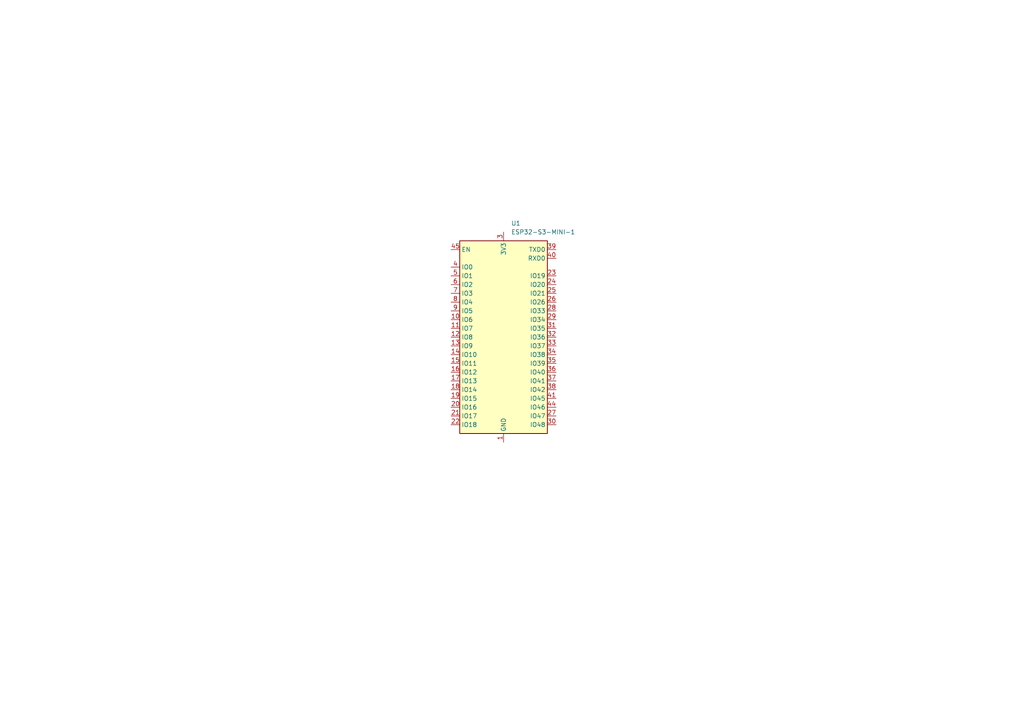
<source format=kicad_sch>
(kicad_sch (version 20231120) (generator "eeschema") (generator_version "8.0")
  (paper "A4")
  (title_block (title "soundbox"))
  (lib_symbols
    (symbol "RF_Module:ESP32-S3-MINI-1"
      (property "Reference" "U" (at -11.43 29.21 0))
      (property "Value" "ESP32-S3-MINI-1" (at 12.7 29.21 0))
      (symbol "ESP32-S3-MINI-1_0_1"
        (rectangle (start -12.7 27.94) (end 12.7 -27.94) (stroke (width 0.254)) (fill (type background)))
      )
      (symbol "ESP32-S3-MINI-1_1_1"
        (pin power_in line (at 0 -30.48 90) (length 2.54) (name "GND") (number "1"))
        (pin bidirectional line (at -15.24 5.08 0) (length 2.54) (name "IO6") (number "10"))
        (pin bidirectional line (at -15.24 2.54 0) (length 2.54) (name "IO7") (number "11"))
        (pin bidirectional line (at -15.24 0 0) (length 2.54) (name "IO8") (number "12"))
        (pin bidirectional line (at -15.24 -2.54 0) (length 2.54) (name "IO9") (number "13"))
        (pin bidirectional line (at -15.24 -5.08 0) (length 2.54) (name "IO10") (number "14"))
        (pin bidirectional line (at -15.24 -7.62 0) (length 2.54) (name "IO11") (number "15"))
        (pin bidirectional line (at -15.24 -10.16 0) (length 2.54) (name "IO12") (number "16"))
        (pin bidirectional line (at -15.24 -12.7 0) (length 2.54) (name "IO13") (number "17"))
        (pin bidirectional line (at -15.24 -15.24 0) (length 2.54) (name "IO14") (number "18"))
        (pin bidirectional line (at -15.24 -17.78 0) (length 2.54) (name "IO15") (number "19"))
        (pin passive line (at 0 -30.48 90) (length 2.54) hide (name "GND") (number "2"))
        (pin bidirectional line (at -15.24 -20.32 0) (length 2.54) (name "IO16") (number "20"))
        (pin bidirectional line (at -15.24 -22.86 0) (length 2.54) (name "IO17") (number "21"))
        (pin bidirectional line (at -15.24 -25.4 0) (length 2.54) (name "IO18") (number "22"))
        (pin bidirectional line (at 15.24 17.78 180) (length 2.54) (name "IO19") (number "23"))
        (pin bidirectional line (at 15.24 15.24 180) (length 2.54) (name "IO20") (number "24"))
        (pin bidirectional line (at 15.24 12.7 180) (length 2.54) (name "IO21") (number "25"))
        (pin bidirectional line (at 15.24 10.16 180) (length 2.54) (name "IO26") (number "26"))
        (pin bidirectional line (at 15.24 -22.86 180) (length 2.54) (name "IO47") (number "27"))
        (pin bidirectional line (at 15.24 7.62 180) (length 2.54) (name "IO33") (number "28"))
        (pin bidirectional line (at 15.24 5.08 180) (length 2.54) (name "IO34") (number "29"))
        (pin power_in line (at 0 30.48 270) (length 2.54) (name "3V3") (number "3"))
        (pin bidirectional line (at 15.24 -25.4 180) (length 2.54) (name "IO48") (number "30"))
        (pin bidirectional line (at 15.24 2.54 180) (length 2.54) (name "IO35") (number "31"))
        (pin bidirectional line (at 15.24 0 180) (length 2.54) (name "IO36") (number "32"))
        (pin bidirectional line (at 15.24 -2.54 180) (length 2.54) (name "IO37") (number "33"))
        (pin bidirectional line (at 15.24 -5.08 180) (length 2.54) (name "IO38") (number "34"))
        (pin bidirectional line (at 15.24 -7.62 180) (length 2.54) (name "IO39") (number "35"))
        (pin bidirectional line (at 15.24 -10.16 180) (length 2.54) (name "IO40") (number "36"))
        (pin bidirectional line (at 15.24 -12.7 180) (length 2.54) (name "IO41") (number "37"))
        (pin bidirectional line (at 15.24 -15.24 180) (length 2.54) (name "IO42") (number "38"))
        (pin bidirectional line (at 15.24 25.4 180) (length 2.54) (name "TXD0") (number "39"))
        (pin bidirectional line (at -15.24 20.32 0) (length 2.54) (name "IO0") (number "4"))
        (pin bidirectional line (at 15.24 22.86 180) (length 2.54) (name "RXD0") (number "40"))
        (pin bidirectional line (at 15.24 -17.78 180) (length 2.54) (name "IO45") (number "41"))
        (pin passive line (at 0 -30.48 90) (length 2.54) hide (name "GND") (number "42"))
        (pin passive line (at 0 -30.48 90) (length 2.54) hide (name "GND") (number "43"))
        (pin bidirectional line (at 15.24 -20.32 180) (length 2.54) (name "IO46") (number "44"))
        (pin input line (at -15.24 25.4 0) (length 2.54) (name "EN") (number "45"))
        (pin passive line (at 0 -30.48 90) (length 2.54) hide (name "GND") (number "46"))
        (pin passive line (at 0 -30.48 90) (length 2.54) hide (name "GND") (number "47"))
        (pin passive line (at 0 -30.48 90) (length 2.54) hide (name "GND") (number "48"))
        (pin passive line (at 0 -30.48 90) (length 2.54) hide (name "GND") (number "49"))
        (pin bidirectional line (at -15.24 17.78 0) (length 2.54) (name "IO1") (number "5"))
        (pin passive line (at 0 -30.48 90) (length 2.54) hide (name "GND") (number "50"))
        (pin passive line (at 0 -30.48 90) (length 2.54) hide (name "GND") (number "51"))
        (pin passive line (at 0 -30.48 90) (length 2.54) hide (name "GND") (number "52"))
        (pin passive line (at 0 -30.48 90) (length 2.54) hide (name "GND") (number "53"))
        (pin passive line (at 0 -30.48 90) (length 2.54) hide (name "GND") (number "54"))
        (pin passive line (at 0 -30.48 90) (length 2.54) hide (name "GND") (number "55"))
        (pin passive line (at 0 -30.48 90) (length 2.54) hide (name "GND") (number "56"))
        (pin passive line (at 0 -30.48 90) (length 2.54) hide (name "GND") (number "57"))
        (pin passive line (at 0 -30.48 90) (length 2.54) hide (name "GND") (number "58"))
        (pin passive line (at 0 -30.48 90) (length 2.54) hide (name "GND") (number "59"))
        (pin bidirectional line (at -15.24 15.24 0) (length 2.54) (name "IO2") (number "6"))
        (pin passive line (at 0 -30.48 90) (length 2.54) hide (name "GND") (number "60"))
        (pin passive line (at 0 -30.48 90) (length 2.54) hide (name "GND") (number "61"))
        (pin passive line (at 0 -30.48 90) (length 2.54) hide (name "GND") (number "62"))
        (pin passive line (at 0 -30.48 90) (length 2.54) hide (name "GND") (number "63"))
        (pin passive line (at 0 -30.48 90) (length 2.54) hide (name "GND") (number "64"))
        (pin passive line (at 0 -30.48 90) (length 2.54) hide (name "GND") (number "65"))
        (pin bidirectional line (at -15.24 12.7 0) (length 2.54) (name "IO3") (number "7"))
        (pin bidirectional line (at -15.24 10.16 0) (length 2.54) (name "IO4") (number "8"))
        (pin bidirectional line (at -15.24 7.62 0) (length 2.54) (name "IO5") (number "9"))
      )
    )
  )
  (symbol (lib_id "RF_Module:ESP32-S3-MINI-1") (at 146.05 97.79 0) (unit 1)
    (property "Reference" "U1" (at 148.2441 64.77 0) (effects (justify left)))
    (property "Value" "ESP32-S3-MINI-1" (at 148.2441 67.31 0) (effects (justify left)))
    (property "Footprint" "RF_Module:ESP32-S2-MINI-1" (effects (hide yes)))
    (property "Datasheet" "https://www.espressif.com/sites/default/files/documentation/esp32-s3-mini-1_mini-1u_datasheet_en.pdf" (effects (hide yes)))
    (property "Description" "RF Module, ESP32-S3 SoC, Wi-Fi 802.11b/g/n, Bluetooth, BLE, 32-bit, 3.3V, SMD, onboard antenna" (effects (hide yes)))
  )
)
</source>
